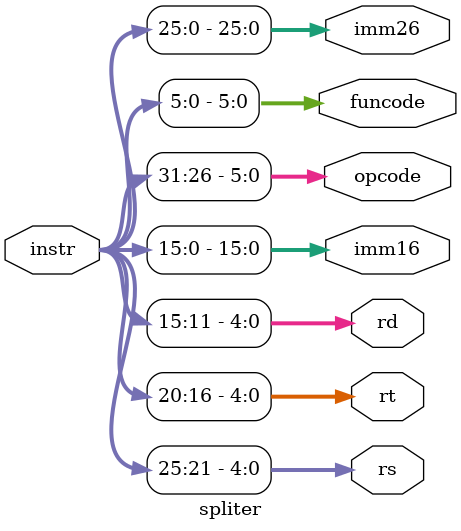
<source format=v>
`timescale 1ns / 1ps
module spliter(
    input [31:0] instr,
    output [4:0] rs,
    output [4:0] rt,
    output [4:0] rd,
    output [15:0] imm16,
    output [5:0] opcode,
    output [5:0] funcode,
    output [25:0] imm26
    );
	 assign rs=instr[25:21];
	 assign rt=instr[20:16];
	 assign rd=instr[15:11];
	 assign imm16=instr[15:0];
	 assign imm26=instr[25:0];
	 assign opcode=instr[31:26];
	 assign funcode=instr[5:0];

endmodule

</source>
